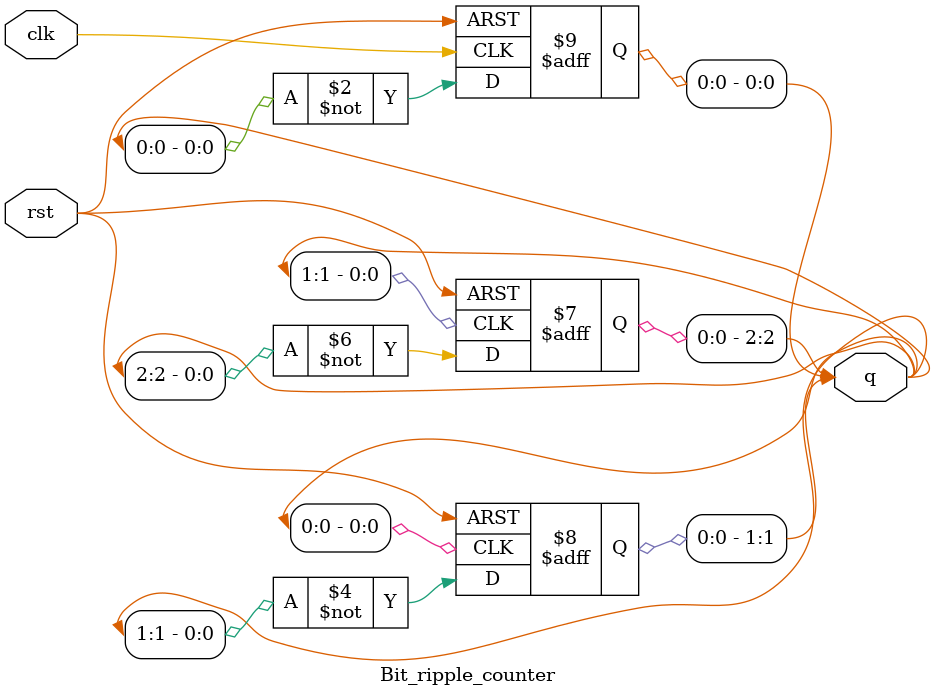
<source format=v>
module Bit_ripple_counter (
    input  wire clk,      // external clock
    input  wire rst,      // asynchronous reset
    output reg  [2:0] q   // counter output
);

always @(posedge clk or posedge rst)
begin
    if (rst)
        q[0] <= 1'b0;
    else
        q[0] <= ~q[0];     // LSB toggles on every clock
end

always @(posedge q[0] or posedge rst)
begin
    if (rst)
        q[1] <= 1'b0;
    else
        q[1] <= ~q[1];     // toggles on q[0]
end

always @(posedge q[1] or posedge rst)
begin
    if (rst)
        q[2] <= 1'b0;
    else
        q[2] <= ~q[2];     // toggles on q[1]
end

endmodule

</source>
